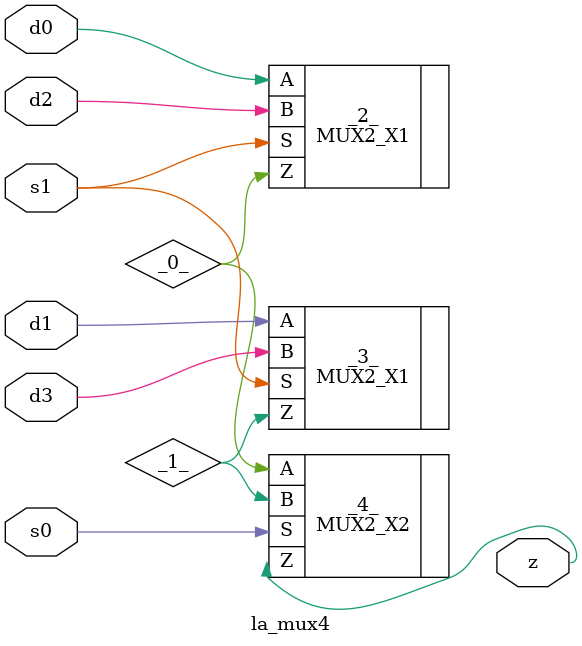
<source format=v>

/* Generated by Yosys 0.44 (git sha1 80ba43d26, g++ 11.4.0-1ubuntu1~22.04 -fPIC -O3) */

(* top =  1  *)
(* src = "inputs/la_mux4.v:10.1-24.10" *)
module la_mux4 (
    d0,
    d1,
    d2,
    d3,
    s0,
    s1,
    z
);
  wire _0_;
  wire _1_;
  (* src = "inputs/la_mux4.v:13.12-13.14" *)
  input d0;
  wire d0;
  (* src = "inputs/la_mux4.v:14.12-14.14" *)
  input d1;
  wire d1;
  (* src = "inputs/la_mux4.v:15.12-15.14" *)
  input d2;
  wire d2;
  (* src = "inputs/la_mux4.v:16.12-16.14" *)
  input d3;
  wire d3;
  (* src = "inputs/la_mux4.v:17.12-17.14" *)
  input s0;
  wire s0;
  (* src = "inputs/la_mux4.v:18.12-18.14" *)
  input s1;
  wire s1;
  (* src = "inputs/la_mux4.v:19.12-19.13" *)
  output z;
  wire z;
  MUX2_X1 _2_ (
      .A(d0),
      .B(d2),
      .S(s1),
      .Z(_0_)
  );
  MUX2_X1 _3_ (
      .A(d1),
      .B(d3),
      .S(s1),
      .Z(_1_)
  );
  MUX2_X2 _4_ (
      .A(_0_),
      .B(_1_),
      .S(s0),
      .Z(z)
  );
endmodule

</source>
